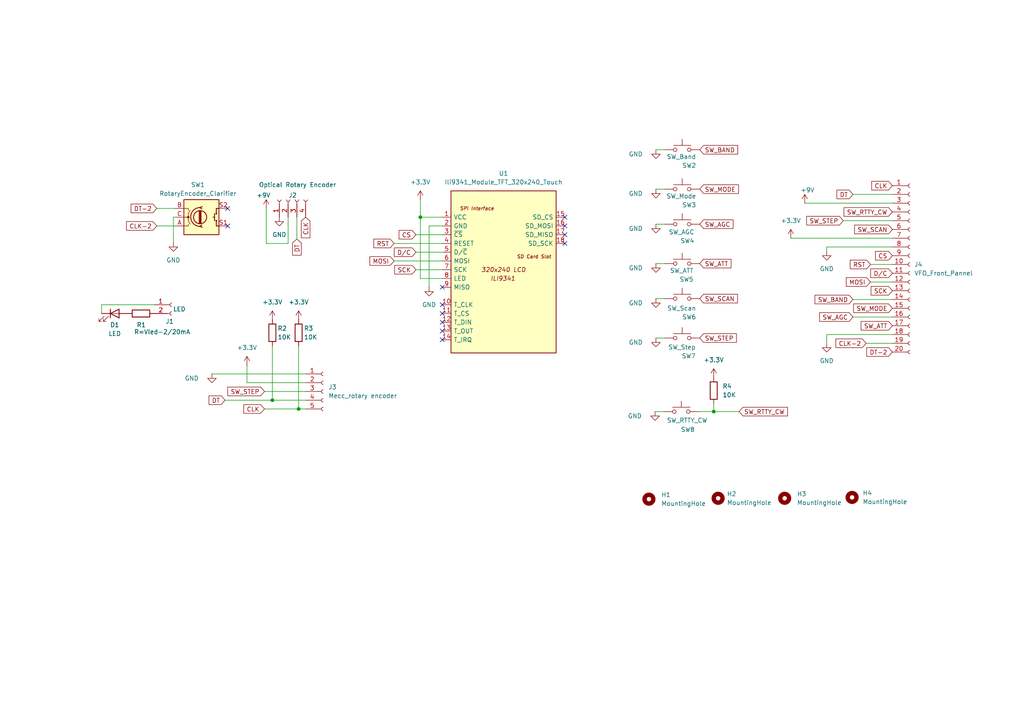
<source format=kicad_sch>
(kicad_sch (version 20250114) (generator "eeschema") (generator_version "9.0")
  (paper "A4")
  (lib_symbols
    (symbol "- Display_Module:Ili9341_Module_TFT_320x240_Touch" (pin_names (offset 0.762))
      (property "Reference" "U" (at 0 -27.94 90))
      (property "Value" "Ili9341_Module_TFT_320x240_Touch" (at -16.51 29.21 0))
      (symbol "Ili9341_Module_TFT_320x240_Touch_0_0"
        (text "SD Card Slot" (at -3.81 2.54 0) (effects (font (size 1 1) (italic yes)) (justify right)))
        (text "320x240 LCD" (at 0 -1.27 0) (effects (font (size 1.27 1.27) (italic yes))))
        (text "ILI9341" (at 3.81 -3.81 0) (effects (font (size 1.27 1.27) (italic yes)) (justify right)))
        (text "SPI Interface" (at 12.7 16.51 0) (effects (font (size 1 1) (italic yes)) (justify right)))
      )
      (symbol "Ili9341_Module_TFT_320x240_Touch_0_1"
        (rectangle (start -15.24 21.59) (end 15.24 -25.4) (stroke (width 0.254)) (fill (type background)))
      )
      (symbol "Ili9341_Module_TFT_320x240_Touch_1_1"
        (pin input line (at -17.78 13.97 0) (length 2.54) (name "SD_CS") (number "15"))
        (pin input line (at -17.78 11.43 0) (length 2.54) (name "SD_MOSI") (number "16"))
        (pin output line (at -17.78 8.89 0) (length 2.54) (name "SD_MISO") (number "17"))
        (pin input line (at -17.78 6.35 0) (length 2.54) (name "SD_SCK") (number "18"))
        (pin power_in line (at 17.78 13.97 180) (length 2.54) (name "VCC") (number "1"))
        (pin power_in line (at 17.78 11.43 180) (length 2.54) (name "GND") (number "2"))
        (pin input line (at 17.78 8.89 180) (length 2.54) (name "~{CS}") (number "3"))
        (pin input line (at 17.78 6.35 180) (length 2.54) (name "RESET") (number "4"))
        (pin input line (at 17.78 3.81 180) (length 2.54) (name "D/~{C}") (number "5"))
        (pin input line (at 17.78 1.27 180) (length 2.54) (name "MOSI") (number "6"))
        (pin input line (at 17.78 -1.27 180) (length 2.54) (name "SCK") (number "7"))
        (pin input line (at 17.78 -3.81 180) (length 2.54) (name "LED") (number "8"))
        (pin output line (at 17.78 -6.35 180) (length 2.54) (name "MISO") (number "9"))
        (pin input line (at 17.78 -11.43 180) (length 2.54) (name "T_CLK") (number "10"))
        (pin input line (at 17.78 -13.97 180) (length 2.54) (name "T_CS") (number "11"))
        (pin input line (at 17.78 -16.51 180) (length 2.54) (name "T_DIN") (number "12"))
        (pin output line (at 17.78 -19.05 180) (length 2.54) (name "T_OUT") (number "13"))
        (pin output line (at 17.78 -21.59 180) (length 2.54) (name "T_IRQ") (number "14"))
      )
    )
    (symbol "Connector:Conn_01x02_Socket" (pin_names (offset 1.016) (hide yes))
      (property "Reference" "J" (at 0 2.54 0))
      (property "Value" "Conn_01x02_Socket" (at 0 -5.08 0))
      (symbol "Conn_01x02_Socket_1_1"
        (polyline (pts (xy -1.27 0) (xy -0.508 0)) (stroke (width 0.1524)))
        (polyline (pts (xy -1.27 -2.54) (xy -0.508 -2.54)) (stroke (width 0.1524)))
        (arc (start 0 -0.508) (mid -0.5058 0) (end 0 0.508) (stroke (width 0.1524)))
        (arc (start 0 -3.048) (mid -0.5058 -2.54) (end 0 -2.032) (stroke (width 0.1524)))
        (pin passive line (at -5.08 0 0) (length 3.81) (name "Pin_1") (number "1"))
        (pin passive line (at -5.08 -2.54 0) (length 3.81) (name "Pin_2") (number "2"))
      )
    )
    (symbol "Connector:Conn_01x04_Socket" (pin_names (offset 1.016) (hide yes))
      (property "Reference" "J" (at 0 5.08 0))
      (property "Value" "Conn_01x04_Socket" (at 0 -7.62 0))
      (symbol "Conn_01x04_Socket_1_1"
        (polyline (pts (xy -1.27 2.54) (xy -0.508 2.54)) (stroke (width 0.1524)))
        (polyline (pts (xy -1.27 0) (xy -0.508 0)) (stroke (width 0.1524)))
        (polyline (pts (xy -1.27 -2.54) (xy -0.508 -2.54)) (stroke (width 0.1524)))
        (polyline (pts (xy -1.27 -5.08) (xy -0.508 -5.08)) (stroke (width 0.1524)))
        (arc (start 0 2.032) (mid -0.5058 2.54) (end 0 3.048) (stroke (width 0.1524)))
        (arc (start 0 -0.508) (mid -0.5058 0) (end 0 0.508) (stroke (width 0.1524)))
        (arc (start 0 -3.048) (mid -0.5058 -2.54) (end 0 -2.032) (stroke (width 0.1524)))
        (arc (start 0 -5.588) (mid -0.5058 -5.08) (end 0 -4.572) (stroke (width 0.1524)))
        (pin passive line (at -5.08 2.54 0) (length 3.81) (name "Pin_1") (number "1"))
        (pin passive line (at -5.08 0 0) (length 3.81) (name "Pin_2") (number "2"))
        (pin passive line (at -5.08 -2.54 0) (length 3.81) (name "Pin_3") (number "3"))
        (pin passive line (at -5.08 -5.08 0) (length 3.81) (name "Pin_4") (number "4"))
      )
    )
    (symbol "Connector:Conn_01x05_Socket" (pin_names (offset 1.016) (hide yes))
      (property "Reference" "J" (at 0 7.62 0))
      (property "Value" "Conn_01x05_Socket" (at 0 -7.62 0))
      (symbol "Conn_01x05_Socket_1_1"
        (polyline (pts (xy -1.27 5.08) (xy -0.508 5.08)) (stroke (width 0.1524)))
        (polyline (pts (xy -1.27 2.54) (xy -0.508 2.54)) (stroke (width 0.1524)))
        (polyline (pts (xy -1.27 0) (xy -0.508 0)) (stroke (width 0.1524)))
        (polyline (pts (xy -1.27 -2.54) (xy -0.508 -2.54)) (stroke (width 0.1524)))
        (polyline (pts (xy -1.27 -5.08) (xy -0.508 -5.08)) (stroke (width 0.1524)))
        (arc (start 0 4.572) (mid -0.5058 5.08) (end 0 5.588) (stroke (width 0.1524)))
        (arc (start 0 2.032) (mid -0.5058 2.54) (end 0 3.048) (stroke (width 0.1524)))
        (arc (start 0 -0.508) (mid -0.5058 0) (end 0 0.508) (stroke (width 0.1524)))
        (arc (start 0 -3.048) (mid -0.5058 -2.54) (end 0 -2.032) (stroke (width 0.1524)))
        (arc (start 0 -5.588) (mid -0.5058 -5.08) (end 0 -4.572) (stroke (width 0.1524)))
        (pin passive line (at -5.08 5.08 0) (length 3.81) (name "Pin_1") (number "1"))
        (pin passive line (at -5.08 2.54 0) (length 3.81) (name "Pin_2") (number "2"))
        (pin passive line (at -5.08 0 0) (length 3.81) (name "Pin_3") (number "3"))
        (pin passive line (at -5.08 -2.54 0) (length 3.81) (name "Pin_4") (number "4"))
        (pin passive line (at -5.08 -5.08 0) (length 3.81) (name "Pin_5") (number "5"))
      )
    )
    (symbol "Connector:Conn_01x20_Socket" (pin_names (offset 1.016) (hide yes))
      (property "Reference" "J" (at 0 25.4 0))
      (property "Value" "Conn_01x20_Socket" (at 0 -27.94 0))
      (symbol "Conn_01x20_Socket_1_1"
        (polyline (pts (xy -1.27 22.86) (xy -0.508 22.86)) (stroke (width 0.1524)))
        (polyline (pts (xy -1.27 20.32) (xy -0.508 20.32)) (stroke (width 0.1524)))
        (polyline (pts (xy -1.27 17.78) (xy -0.508 17.78)) (stroke (width 0.1524)))
        (polyline (pts (xy -1.27 15.24) (xy -0.508 15.24)) (stroke (width 0.1524)))
        (polyline (pts (xy -1.27 12.7) (xy -0.508 12.7)) (stroke (width 0.1524)))
        (polyline (pts (xy -1.27 10.16) (xy -0.508 10.16)) (stroke (width 0.1524)))
        (polyline (pts (xy -1.27 7.62) (xy -0.508 7.62)) (stroke (width 0.1524)))
        (polyline (pts (xy -1.27 5.08) (xy -0.508 5.08)) (stroke (width 0.1524)))
        (polyline (pts (xy -1.27 2.54) (xy -0.508 2.54)) (stroke (width 0.1524)))
        (polyline (pts (xy -1.27 0) (xy -0.508 0)) (stroke (width 0.1524)))
        (polyline (pts (xy -1.27 -2.54) (xy -0.508 -2.54)) (stroke (width 0.1524)))
        (polyline (pts (xy -1.27 -5.08) (xy -0.508 -5.08)) (stroke (width 0.1524)))
        (polyline (pts (xy -1.27 -7.62) (xy -0.508 -7.62)) (stroke (width 0.1524)))
        (polyline (pts (xy -1.27 -10.16) (xy -0.508 -10.16)) (stroke (width 0.1524)))
        (polyline (pts (xy -1.27 -12.7) (xy -0.508 -12.7)) (stroke (width 0.1524)))
        (polyline (pts (xy -1.27 -15.24) (xy -0.508 -15.24)) (stroke (width 0.1524)))
        (polyline (pts (xy -1.27 -17.78) (xy -0.508 -17.78)) (stroke (width 0.1524)))
        (polyline (pts (xy -1.27 -20.32) (xy -0.508 -20.32)) (stroke (width 0.1524)))
        (polyline (pts (xy -1.27 -22.86) (xy -0.508 -22.86)) (stroke (width 0.1524)))
        (polyline (pts (xy -1.27 -25.4) (xy -0.508 -25.4)) (stroke (width 0.1524)))
        (arc (start 0 22.352) (mid -0.5058 22.86) (end 0 23.368) (stroke (width 0.1524)))
        (arc (start 0 19.812) (mid -0.5058 20.32) (end 0 20.828) (stroke (width 0.1524)))
        (arc (start 0 17.272) (mid -0.5058 17.78) (end 0 18.288) (stroke (width 0.1524)))
        (arc (start 0 14.732) (mid -0.5058 15.24) (end 0 15.748) (stroke (width 0.1524)))
        (arc (start 0 12.192) (mid -0.5058 12.7) (end 0 13.208) (stroke (width 0.1524)))
        (arc (start 0 9.652) (mid -0.5058 10.16) (end 0 10.668) (stroke (width 0.1524)))
        (arc (start 0 7.112) (mid -0.5058 7.62) (end 0 8.128) (stroke (width 0.1524)))
        (arc (start 0 4.572) (mid -0.5058 5.08) (end 0 5.588) (stroke (width 0.1524)))
        (arc (start 0 2.032) (mid -0.5058 2.54) (end 0 3.048) (stroke (width 0.1524)))
        (arc (start 0 -0.508) (mid -0.5058 0) (end 0 0.508) (stroke (width 0.1524)))
        (arc (start 0 -3.048) (mid -0.5058 -2.54) (end 0 -2.032) (stroke (width 0.1524)))
        (arc (start 0 -5.588) (mid -0.5058 -5.08) (end 0 -4.572) (stroke (width 0.1524)))
        (arc (start 0 -8.128) (mid -0.5058 -7.62) (end 0 -7.112) (stroke (width 0.1524)))
        (arc (start 0 -10.668) (mid -0.5058 -10.16) (end 0 -9.652) (stroke (width 0.1524)))
        (arc (start 0 -13.208) (mid -0.5058 -12.7) (end 0 -12.192) (stroke (width 0.1524)))
        (arc (start 0 -15.748) (mid -0.5058 -15.24) (end 0 -14.732) (stroke (width 0.1524)))
        (arc (start 0 -18.288) (mid -0.5058 -17.78) (end 0 -17.272) (stroke (width 0.1524)))
        (arc (start 0 -20.828) (mid -0.5058 -20.32) (end 0 -19.812) (stroke (width 0.1524)))
        (arc (start 0 -23.368) (mid -0.5058 -22.86) (end 0 -22.352) (stroke (width 0.1524)))
        (arc (start 0 -25.908) (mid -0.5058 -25.4) (end 0 -24.892) (stroke (width 0.1524)))
        (pin passive line (at -5.08 22.86 0) (length 3.81) (name "Pin_1") (number "1"))
        (pin passive line (at -5.08 20.32 0) (length 3.81) (name "Pin_2") (number "2"))
        (pin passive line (at -5.08 17.78 0) (length 3.81) (name "Pin_3") (number "3"))
        (pin passive line (at -5.08 15.24 0) (length 3.81) (name "Pin_4") (number "4"))
        (pin passive line (at -5.08 12.7 0) (length 3.81) (name "Pin_5") (number "5"))
        (pin passive line (at -5.08 10.16 0) (length 3.81) (name "Pin_6") (number "6"))
        (pin passive line (at -5.08 7.62 0) (length 3.81) (name "Pin_7") (number "7"))
        (pin passive line (at -5.08 5.08 0) (length 3.81) (name "Pin_8") (number "8"))
        (pin passive line (at -5.08 2.54 0) (length 3.81) (name "Pin_9") (number "9"))
        (pin passive line (at -5.08 0 0) (length 3.81) (name "Pin_10") (number "10"))
        (pin passive line (at -5.08 -2.54 0) (length 3.81) (name "Pin_11") (number "11"))
        (pin passive line (at -5.08 -5.08 0) (length 3.81) (name "Pin_12") (number "12"))
        (pin passive line (at -5.08 -7.62 0) (length 3.81) (name "Pin_13") (number "13"))
        (pin passive line (at -5.08 -10.16 0) (length 3.81) (name "Pin_14") (number "14"))
        (pin passive line (at -5.08 -12.7 0) (length 3.81) (name "Pin_15") (number "15"))
        (pin passive line (at -5.08 -15.24 0) (length 3.81) (name "Pin_16") (number "16"))
        (pin passive line (at -5.08 -17.78 0) (length 3.81) (name "Pin_17") (number "17"))
        (pin passive line (at -5.08 -20.32 0) (length 3.81) (name "Pin_18") (number "18"))
        (pin passive line (at -5.08 -22.86 0) (length 3.81) (name "Pin_19") (number "19"))
        (pin passive line (at -5.08 -25.4 0) (length 3.81) (name "Pin_20") (number "20"))
      )
    )
    (symbol "Device:LED" (pin_numbers (hide yes)) (pin_names (offset 1.016) (hide yes))
      (property "Reference" "D" (at 0 2.54 0))
      (property "Value" "LED" (at 0 -2.54 0))
      (symbol "LED_0_1"
        (polyline (pts (xy -3.048 -0.762) (xy -4.572 -2.286) (xy -3.81 -2.286) (xy -4.572 -2.286) (xy -4.572 -1.524)))
        (polyline (pts (xy -1.778 -0.762) (xy -3.302 -2.286) (xy -2.54 -2.286) (xy -3.302 -2.286) (xy -3.302 -1.524)))
        (polyline (pts (xy -1.27 0) (xy 1.27 0)))
        (polyline (pts (xy -1.27 -1.27) (xy -1.27 1.27)) (stroke (width 0.254)))
        (polyline (pts (xy 1.27 -1.27) (xy 1.27 1.27) (xy -1.27 0) (xy 1.27 -1.27)) (stroke (width 0.254)))
      )
      (symbol "LED_1_1"
        (pin passive line (at -3.81 0 0) (length 2.54) (name "K") (number "1"))
        (pin passive line (at 3.81 0 180) (length 2.54) (name "A") (number "2"))
      )
    )
    (symbol "Device:R" (pin_numbers (hide yes)) (pin_names (offset 0))
      (property "Reference" "R" (at 2.032 0 90))
      (property "Value" "R" (at 0 0 90))
      (symbol "R_0_1"
        (rectangle (start -1.016 -2.54) (end 1.016 2.54) (stroke (width 0.254)))
      )
      (symbol "R_1_1"
        (pin passive line (at 0 3.81 270) (length 1.27) (name "~") (number "1"))
        (pin passive line (at 0 -3.81 90) (length 1.27) (name "~") (number "2"))
      )
    )
    (symbol "Device:RotaryEncoder_Switch" (pin_names (offset 0.254) (hide yes))
      (property "Reference" "SW" (at 0 6.604 0))
      (property "Value" "RotaryEncoder_Switch" (at 0 -6.604 0))
      (symbol "RotaryEncoder_Switch_0_1"
        (rectangle (start -5.08 5.08) (end 5.08 -5.08) (stroke (width 0.254)) (fill (type background)))
        (polyline (pts (xy -5.08 2.54) (xy -3.81 2.54) (xy -3.81 2.032)))
        (polyline (pts (xy -5.08 0) (xy -3.81 0) (xy -3.81 -1.016) (xy -3.302 -2.032)))
        (polyline (pts (xy -5.08 -2.54) (xy -3.81 -2.54) (xy -3.81 -2.032)))
        (polyline (pts (xy -4.318 0) (xy -3.81 0) (xy -3.81 1.016) (xy -3.302 2.032)))
        (circle (center -3.81 0) (radius 0.254) (fill (type outline)))
        (polyline (pts (xy -0.635 -1.778) (xy -0.635 1.778)) (stroke (width 0.254)))
        (circle (center -0.381 0) (radius 1.905) (stroke (width 0.254)))
        (polyline (pts (xy -0.381 -1.778) (xy -0.381 1.778)) (stroke (width 0.254)))
        (arc (start -0.381 -2.794) (mid -3.0988 -0.0635) (end -0.381 2.667) (stroke (width 0.254)))
        (polyline (pts (xy -0.127 1.778) (xy -0.127 -1.778)) (stroke (width 0.254)))
        (polyline (pts (xy 0.254 2.921) (xy -0.508 2.667) (xy 0.127 2.286)) (stroke (width 0.254)))
        (polyline (pts (xy 0.254 -3.048) (xy -0.508 -2.794) (xy 0.127 -2.413)) (stroke (width 0.254)))
        (polyline (pts (xy 3.81 1.016) (xy 3.81 -1.016)) (stroke (width 0.254)))
        (polyline (pts (xy 3.81 0) (xy 3.429 0)) (stroke (width 0.254)))
        (circle (center 4.318 1.016) (radius 0.127) (stroke (width 0.254)))
        (circle (center 4.318 -1.016) (radius 0.127) (stroke (width 0.254)))
        (polyline (pts (xy 5.08 2.54) (xy 4.318 2.54) (xy 4.318 1.016)) (stroke (width 0.254)))
        (polyline (pts (xy 5.08 -2.54) (xy 4.318 -2.54) (xy 4.318 -1.016)) (stroke (width 0.254)))
      )
      (symbol "RotaryEncoder_Switch_1_1"
        (pin passive line (at -7.62 2.54 0) (length 2.54) (name "A") (number "A"))
        (pin passive line (at -7.62 0 0) (length 2.54) (name "C") (number "C"))
        (pin passive line (at -7.62 -2.54 0) (length 2.54) (name "B") (number "B"))
        (pin passive line (at 7.62 2.54 180) (length 2.54) (name "S1") (number "S1"))
        (pin passive line (at 7.62 -2.54 180) (length 2.54) (name "S2") (number "S2"))
      )
    )
    (symbol "Mechanical:MountingHole" (pin_names (offset 1.016)) (exclude_from_sim yes) (in_bom no)
      (property "Reference" "H" (at 0 5.08 0))
      (property "Value" "MountingHole" (at 0 3.175 0))
      (symbol "MountingHole_0_1"
        (circle (center 0 0) (radius 1.27) (stroke (width 1.27)))
      )
    )
    (symbol "Switch:SW_Push" (pin_numbers (hide yes)) (pin_names (offset 1.016) (hide yes))
      (property "Reference" "SW" (at 1.27 2.54 0))
      (property "Value" "SW_Push" (at 0 -1.524 0))
      (symbol "SW_Push_0_1"
        (circle (center -2.032 0) (radius 0.508))
        (polyline (pts (xy 0 1.27) (xy 0 3.048)))
        (circle (center 2.032 0) (radius 0.508))
        (polyline (pts (xy 2.54 1.27) (xy -2.54 1.27)))
        (pin passive line (at -5.08 0 0) (length 2.54) (name "1") (number "1"))
        (pin passive line (at 5.08 0 180) (length 2.54) (name "2") (number "2"))
      )
    )
    (symbol "power:+3.3V" (power) (pin_numbers (hide yes)) (pin_names (offset 0) (hide yes))
      (property "Value" "+3.3V" (at 0 3.556 0))
      (symbol "+3.3V_0_1"
        (polyline (pts (xy -0.762 1.27) (xy 0 2.54)))
        (polyline (pts (xy 0 2.54) (xy 0.762 1.27)))
        (polyline (pts (xy 0 0) (xy 0 2.54)))
      )
      (symbol "+3.3V_1_1"
        (pin power_in line (at 0 0 90) (length 0) (name "~") (number "1"))
      )
    )
    (symbol "power:+9V" (power) (pin_numbers (hide yes)) (pin_names (offset 0) (hide yes))
      (property "Value" "+9V" (at 0 3.556 0))
      (symbol "+9V_0_1"
        (polyline (pts (xy -0.762 1.27) (xy 0 2.54)))
        (polyline (pts (xy 0 2.54) (xy 0.762 1.27)))
        (polyline (pts (xy 0 0) (xy 0 2.54)))
      )
      (symbol "+9V_1_1"
        (pin power_in line (at 0 0 90) (length 0) (name "~") (number "1"))
      )
    )
    (symbol "power:GND" (power) (pin_numbers (hide yes)) (pin_names (offset 0) (hide yes))
      (property "Value" "GND" (at 0 -3.81 0))
      (symbol "GND_0_1"
        (polyline (pts (xy 0 0) (xy 0 -1.27) (xy 1.27 -1.27) (xy 0 -2.54) (xy -1.27 -1.27) (xy 0 -1.27)))
      )
      (symbol "GND_1_1"
        (pin power_in line (at 0 0 270) (length 0) (name "~") (number "1"))
      )
    )
  )
  (junction (at 86.614 118.618))
  (junction (at 121.92 62.992))
  (junction (at 207.01 119.38))
  (junction (at 78.994 116.078))
  (no_connect (at 128.27 96.012))
  (no_connect (at 128.27 88.392))
  (no_connect (at 163.83 65.532))
  (no_connect (at 128.27 93.472))
  (no_connect (at 163.83 62.992))
  (no_connect (at 128.27 98.552))
  (no_connect (at 163.83 70.612))
  (no_connect (at 66.04 60.452))
  (no_connect (at 163.83 68.072))
  (no_connect (at 66.04 65.532))
  (no_connect (at 128.27 90.932))
  (no_connect (at 331.47 -77.47))
  (no_connect (at 128.27 83.312))
  (wire (pts (xy 128.27 62.992) (xy 121.92 62.992)))
  (wire (pts (xy 247.396 86.868) (xy 258.826 86.868)))
  (wire (pts (xy 86.106 69.342) (xy 86.106 62.992)))
  (wire (pts (xy 190.246 76.454) (xy 192.786 76.454)))
  (wire (pts (xy 86.614 118.618) (xy 88.646 118.618)))
  (wire (pts (xy 65.278 116.078) (xy 78.994 116.078)))
  (wire (pts (xy 50.292 62.992) (xy 50.292 70.358)))
  (wire (pts (xy 120.65 68.072) (xy 128.27 68.072)))
  (wire (pts (xy 214.376 119.38) (xy 207.01 119.38)))
  (wire (pts (xy 233.426 58.928) (xy 258.826 58.928)))
  (wire (pts (xy 252.476 76.708) (xy 258.826 76.708)))
  (wire (pts (xy 190.246 65.024) (xy 192.786 65.024)))
  (wire (pts (xy 120.65 78.232) (xy 128.27 78.232)))
  (wire (pts (xy 244.602 64.008) (xy 258.826 64.008)))
  (wire (pts (xy 71.628 110.998) (xy 88.646 110.998)))
  (wire (pts (xy 45.466 65.532) (xy 50.8 65.532)))
  (wire (pts (xy 229.362 69.088) (xy 258.826 69.088)))
  (wire (pts (xy 247.396 56.388) (xy 258.826 56.388)))
  (wire (pts (xy 258.826 97.028) (xy 239.776 97.028)))
  (wire (pts (xy 124.46 65.532) (xy 124.46 83.312)))
  (wire (pts (xy 190.246 86.614) (xy 192.786 86.614)))
  (wire (pts (xy 61.468 108.458) (xy 88.646 108.458)))
  (wire (pts (xy 86.614 100.33) (xy 86.614 118.618)))
  (wire (pts (xy 239.776 97.028) (xy 239.776 99.568)))
  (wire (pts (xy 128.27 65.532) (xy 124.46 65.532)))
  (wire (pts (xy 78.994 100.33) (xy 78.994 116.078)))
  (wire (pts (xy 190.246 43.434) (xy 192.786 43.434)))
  (wire (pts (xy 121.92 80.772) (xy 128.27 80.772)))
  (wire (pts (xy 50.8 62.992) (xy 50.292 62.992)))
  (wire (pts (xy 29.464 88.392) (xy 29.464 90.932)))
  (wire (pts (xy 76.708 118.618) (xy 86.614 118.618)))
  (wire (pts (xy 77.216 60.452) (xy 77.216 70.612)))
  (wire (pts (xy 251.206 99.568) (xy 258.826 99.568)))
  (wire (pts (xy 120.65 73.152) (xy 128.27 73.152)))
  (wire (pts (xy 71.628 105.918) (xy 71.628 110.998)))
  (wire (pts (xy 258.826 71.628) (xy 239.776 71.628)))
  (wire (pts (xy 83.566 70.612) (xy 77.216 70.612)))
  (wire (pts (xy 121.92 62.992) (xy 121.92 80.772)))
  (wire (pts (xy 190.246 54.864) (xy 192.786 54.864)))
  (wire (pts (xy 44.704 88.392) (xy 29.464 88.392)))
  (wire (pts (xy 207.01 119.38) (xy 202.692 119.38)))
  (wire (pts (xy 114.3 75.692) (xy 128.27 75.692)))
  (wire (pts (xy 121.92 57.912) (xy 121.92 62.992)))
  (wire (pts (xy 76.708 113.538) (xy 88.646 113.538)))
  (wire (pts (xy 252.476 81.788) (xy 258.826 81.788)))
  (wire (pts (xy 207.01 117.094) (xy 207.01 119.38)))
  (wire (pts (xy 247.396 91.948) (xy 258.826 91.948)))
  (wire (pts (xy 78.994 116.078) (xy 88.646 116.078)))
  (wire (pts (xy 239.776 71.628) (xy 239.776 72.898)))
  (wire (pts (xy 190.246 98.044) (xy 192.786 98.044)))
  (wire (pts (xy 45.466 60.452) (xy 50.8 60.452)))
  (wire (pts (xy 83.566 62.992) (xy 83.566 70.612)))
  (wire (pts (xy 114.3 70.612) (xy 128.27 70.612)))
  (wire (pts (xy 189.992 119.38) (xy 192.532 119.38)))
  (global_label "D{slash}C" (shape input) (at 120.65 73.152 180) (property "Intersheetrefs" "${INTERSHEET_REFS}" (effects (hide yes))))
  (global_label "SW_STEP" (shape input) (at 76.708 113.538 180) (property "Intersheetrefs" "${INTERSHEET_REFS}" (effects (hide yes))))
  (global_label "SW_MODE" (shape input) (at 202.946 54.864 0) (property "Intersheetrefs" "${INTERSHEET_REFS}" (effects (hide yes))))
  (global_label "CLK" (shape input) (at 258.826 53.848 180) (property "Intersheetrefs" "${INTERSHEET_REFS}" (effects (hide yes))))
  (global_label "CS" (shape input) (at 258.826 74.168 180) (property "Intersheetrefs" "${INTERSHEET_REFS}" (effects (hide yes))))
  (global_label "CLK" (shape input) (at 76.708 118.618 180) (property "Intersheetrefs" "${INTERSHEET_REFS}" (effects (hide yes))))
  (global_label "DT" (shape input) (at 65.278 116.078 180) (property "Intersheetrefs" "${INTERSHEET_REFS}" (effects (hide yes))))
  (global_label "D{slash}C" (shape input) (at 258.826 79.248 180) (property "Intersheetrefs" "${INTERSHEET_REFS}" (effects (hide yes))))
  (global_label "SW_STEP" (shape input) (at 202.946 98.044 0) (property "Intersheetrefs" "${INTERSHEET_REFS}" (effects (hide yes))))
  (global_label "SW_SCAN" (shape input) (at 202.946 86.614 0) (property "Intersheetrefs" "${INTERSHEET_REFS}" (effects (hide yes))))
  (global_label "CLK-2" (shape input) (at 251.206 99.568 180) (property "Intersheetrefs" "${INTERSHEET_REFS}" (effects (hide yes))))
  (global_label "MOSI" (shape input) (at 252.476 81.788 180) (property "Intersheetrefs" "${INTERSHEET_REFS}" (effects (hide yes))))
  (global_label "SCK" (shape input) (at 120.65 78.232 180) (property "Intersheetrefs" "${INTERSHEET_REFS}" (effects (hide yes))))
  (global_label "SW_RTTY_CW" (shape input) (at 258.826 61.468 180) (property "Intersheetrefs" "${INTERSHEET_REFS}" (effects (hide yes))))
  (global_label "DT-2" (shape input) (at 258.826 102.108 180) (property "Intersheetrefs" "${INTERSHEET_REFS}" (effects (hide yes))))
  (global_label "SW_ATT" (shape input) (at 202.946 76.454 0) (property "Intersheetrefs" "${INTERSHEET_REFS}" (effects (hide yes))))
  (global_label "DT-2" (shape input) (at 45.466 60.452 180) (property "Intersheetrefs" "${INTERSHEET_REFS}" (effects (hide yes))))
  (global_label "SW_ATT" (shape input) (at 258.826 94.488 180) (property "Intersheetrefs" "${INTERSHEET_REFS}" (effects (hide yes))))
  (global_label "RST" (shape input) (at 114.3 70.612 180) (property "Intersheetrefs" "${INTERSHEET_REFS}" (effects (hide yes))))
  (global_label "SW_MODE" (shape input) (at 258.826 89.408 180) (property "Intersheetrefs" "${INTERSHEET_REFS}" (effects (hide yes))))
  (global_label "DT" (shape input) (at 247.396 56.388 180) (property "Intersheetrefs" "${INTERSHEET_REFS}" (effects (hide yes))))
  (global_label "SCK" (shape input) (at 258.826 84.328 180) (property "Intersheetrefs" "${INTERSHEET_REFS}" (effects (hide yes))))
  (global_label "CLK" (shape input) (at 88.646 62.992 270) (property "Intersheetrefs" "${INTERSHEET_REFS}" (effects (hide yes))))
  (global_label "SW_AGC" (shape input) (at 202.946 65.024 0) (property "Intersheetrefs" "${INTERSHEET_REFS}" (effects (hide yes))))
  (global_label "SW_RTTY_CW" (shape input) (at 214.376 119.38 0) (property "Intersheetrefs" "${INTERSHEET_REFS}" (effects (hide yes))))
  (global_label "CLK-2" (shape input) (at 45.466 65.532 180) (property "Intersheetrefs" "${INTERSHEET_REFS}" (effects (hide yes))))
  (global_label "SW_AGC" (shape input) (at 247.396 91.948 180) (property "Intersheetrefs" "${INTERSHEET_REFS}" (effects (hide yes))))
  (global_label "SW_STEP" (shape input) (at 244.602 64.008 180) (property "Intersheetrefs" "${INTERSHEET_REFS}" (effects (hide yes))))
  (global_label "CS" (shape input) (at 120.65 68.072 180) (property "Intersheetrefs" "${INTERSHEET_REFS}" (effects (hide yes))))
  (global_label "RST" (shape input) (at 252.476 76.708 180) (property "Intersheetrefs" "${INTERSHEET_REFS}" (effects (hide yes))))
  (global_label "DT" (shape input) (at 86.106 69.342 270) (property "Intersheetrefs" "${INTERSHEET_REFS}" (effects (hide yes))))
  (global_label "SW_BAND" (shape input) (at 247.396 86.868 180) (property "Intersheetrefs" "${INTERSHEET_REFS}" (effects (hide yes))))
  (global_label "SW_SCAN" (shape input) (at 258.826 66.548 180) (property "Intersheetrefs" "${INTERSHEET_REFS}" (effects (hide yes))))
  (global_label "MOSI" (shape input) (at 114.3 75.692 180) (property "Intersheetrefs" "${INTERSHEET_REFS}" (effects (hide yes))))
  (global_label "SW_BAND" (shape input) (at 202.946 43.434 0) (property "Intersheetrefs" "${INTERSHEET_REFS}" (effects (hide yes))))
  (symbol (lib_id "power:+3.3V") (at 78.994 92.71 0) (unit 1)
    (property "Reference" "#PWR05" (effects (hide yes)))
    (property "Value" "+3.3V" (at 78.994 87.63 0))
    (property "Description" "Power symbol creates a global label with name \"+3.3V\"" (effects (hide yes)))
  )
  (symbol (lib_id "Switch:SW_Push") (at 197.866 54.864 0) (unit 1)
    (property "Reference" "SW3" (at 201.93 59.436 0) (effects (justify right)))
    (property "Value" "SW_Mode" (at 201.93 56.896 0) (effects (justify right)))
    (property "Footprint" "Button_Switch_THT:SW_PUSH_6mm" (effects (hide yes)))
    (property "Description" "Push button switch, generic, two pins" (effects (hide yes)))
  )
  (symbol (lib_id "Device:R") (at 40.894 90.932 270) (unit 1)
    (property "Reference" "R1" (at 39.624 94.234 90) (effects (justify left)))
    (property "Value" "R=Vled-2/20mA" (at 38.862 96.266 90) (effects (justify left)))
    (property "Footprint" "Resistor_THT:R_Axial_DIN0207_L6.3mm_D2.5mm_P10.16mm_Horizontal" (effects (hide yes)))
    (property "Description" "Resistor" (effects (hide yes)))
  )
  (symbol (lib_id "power:GND") (at 239.776 72.898 0) (unit 1)
    (property "Reference" "#PWR021" (effects (hide yes)))
    (property "Value" "GND" (at 239.776 77.978 0))
    (property "Description" "Power symbol creates a global label with name \"GND\" , ground" (effects (hide yes)))
  )
  (symbol (lib_id "Connector:Conn_01x20_Socket") (at 263.906 76.708 0) (unit 1)
    (property "Reference" "J4" (at 265.176 76.7079 0) (effects (justify left)))
    (property "Value" "VFO_Front_Pannel" (at 265.176 79.2479 0) (effects (justify left)))
    (property "Footprint" "Connector_PinHeader_2.54mm:PinHeader_1x20_P2.54mm_Vertical" (effects (hide yes)))
    (property "Description" "Generic connector, single row, 01x20, script generated" (effects (hide yes)))
  )
  (symbol (lib_id "Mechanical:MountingHole") (at 188.214 144.78 0) (unit 1) (exclude_from_sim yes) (in_bom no)
    (property "Reference" "H1" (at 191.77 143.5099 0) (effects (justify left)))
    (property "Value" "MountingHole" (at 191.77 146.0499 0) (effects (justify left)))
    (property "Footprint" "MountingHole:MountingHole_3.2mm_M3_DIN965" (effects (hide yes)))
    (property "Description" "Mounting Hole without connection" (effects (hide yes)))
  )
  (symbol (lib_id "power:GND") (at 239.776 99.568 0) (unit 1)
    (property "Reference" "#PWR022" (effects (hide yes)))
    (property "Value" "GND" (at 239.776 104.648 0))
    (property "Description" "Power symbol creates a global label with name \"GND\" , ground" (effects (hide yes)))
  )
  (symbol (lib_id "power:GND") (at 190.246 65.024 0) (unit 1)
    (property "Reference" "#PWR014" (effects (hide yes)))
    (property "Value" "GND" (at 186.436 66.2939 0) (effects (justify right)))
    (property "Description" "Power symbol creates a global label with name \"GND\" , ground" (effects (hide yes)))
  )
  (symbol (lib_id "power:GND") (at 124.46 83.312 0) (unit 1)
    (property "Reference" "#PWR011" (effects (hide yes)))
    (property "Value" "GND" (at 124.46 88.392 0))
    (property "Description" "Power symbol creates a global label with name \"GND\" , ground" (effects (hide yes)))
  )
  (symbol (lib_id "power:GND") (at 81.026 62.992 0) (unit 1)
    (property "Reference" "#PWR06" (effects (hide yes)))
    (property "Value" "GND" (at 81.026 68.072 0))
    (property "Description" "Power symbol creates a global label with name \"GND\" , ground" (effects (hide yes)))
  )
  (symbol (lib_id "Connector:Conn_01x04_Socket") (at 83.566 57.912 90) (unit 1)
    (property "Reference" "J2" (at 86.106 56.642 90) (effects (justify left)))
    (property "Value" "Optical Rotary Encoder" (at 97.536 53.594 90) (effects (justify left)))
    (property "Footprint" "Connector_JST:JST_EH_B4B-EH-A_1x04_P2.50mm_Vertical" (effects (hide yes)))
    (property "Description" "Generic connector, single row, 01x04, script generated" (effects (hide yes)))
  )
  (symbol (lib_id "power:GND") (at 190.246 54.864 0) (unit 1)
    (property "Reference" "#PWR013" (effects (hide yes)))
    (property "Value" "GND" (at 186.436 56.1339 0) (effects (justify right)))
    (property "Description" "Power symbol creates a global label with name \"GND\" , ground" (effects (hide yes)))
  )
  (symbol (lib_id "Switch:SW_Push") (at 197.866 76.454 0) (unit 1)
    (property "Reference" "SW5" (at 201.168 81.026 0) (effects (justify right)))
    (property "Value" "SW_ATT" (at 201.168 78.486 0) (effects (justify right)))
    (property "Footprint" "Button_Switch_THT:SW_PUSH_6mm" (effects (hide yes)))
    (property "Description" "Push button switch, generic, two pins" (effects (hide yes)))
  )
  (symbol (lib_id "Switch:SW_Push") (at 197.866 43.434 0) (unit 1)
    (property "Reference" "SW2" (at 201.93 48.006 0) (effects (justify right)))
    (property "Value" "SW_Band" (at 201.93 45.466 0) (effects (justify right)))
    (property "Footprint" "Button_Switch_THT:SW_PUSH_6mm" (effects (hide yes)))
    (property "Description" "Push button switch, generic, two pins" (effects (hide yes)))
  )
  (symbol (lib_id "Device:R") (at 78.994 96.52 0) (unit 1)
    (property "Reference" "R2" (at 80.518 95.25 0) (effects (justify left)))
    (property "Value" "10K" (at 80.518 97.79 0) (effects (justify left)))
    (property "Footprint" "Resistor_THT:R_Axial_DIN0207_L6.3mm_D2.5mm_P10.16mm_Horizontal" (effects (hide yes)))
    (property "Description" "Resistor" (effects (hide yes)))
  )
  (symbol (lib_id "power:+3.3V") (at 86.614 92.71 0) (unit 1)
    (property "Reference" "#PWR08" (effects (hide yes)))
    (property "Value" "+3.3V" (at 86.614 87.63 0))
    (property "Description" "Power symbol creates a global label with name \"+3.3V\"" (effects (hide yes)))
  )
  (symbol (lib_id "Device:R") (at 207.01 113.284 0) (unit 1)
    (property "Reference" "R4" (at 209.55 112.0139 0) (effects (justify left)))
    (property "Value" "10K" (at 209.55 114.5539 0) (effects (justify left)))
    (property "Footprint" "Resistor_THT:R_Axial_DIN0207_L6.3mm_D2.5mm_P10.16mm_Horizontal" (effects (hide yes)))
    (property "Description" "Resistor" (effects (hide yes)))
  )
  (symbol (lib_id "power:+3.3V") (at 207.01 109.474 0) (unit 1)
    (property "Reference" "#PWR02" (effects (hide yes)))
    (property "Value" "+3.3V" (at 207.01 104.394 0))
    (property "Description" "Power symbol creates a global label with name \"+3.3V\"" (effects (hide yes)))
  )
  (symbol (lib_id "Switch:SW_Push") (at 197.612 119.38 0) (unit 1)
    (property "Reference" "SW8" (at 201.549 124.587 0) (effects (justify right)))
    (property "Value" "SW_RTTY_CW" (at 205.232 121.92 0) (effects (justify right)))
    (property "Footprint" "Button_Switch_THT:SW_PUSH_6mm" (effects (hide yes)))
    (property "Description" "Push button switch, generic, two pins" (effects (hide yes)))
  )
  (symbol (lib_id "power:GND") (at 190.246 76.454 0) (unit 1)
    (property "Reference" "#PWR015" (effects (hide yes)))
    (property "Value" "GND" (at 186.436 77.7239 0) (effects (justify right)))
    (property "Description" "Power symbol creates a global label with name \"GND\" , ground" (effects (hide yes)))
  )
  (symbol (lib_id "Device:LED") (at 33.274 90.932 0) (unit 1)
    (property "Reference" "D1" (at 33.274 94.234 0))
    (property "Value" "LED" (at 33.274 96.774 0))
    (property "Footprint" "LED_THT:LED_D3.0mm" (effects (hide yes)))
    (property "Description" "Light emitting diode" (effects (hide yes)))
    (property "Sim.Pins" "1=K 2=A" (effects (hide yes)))
  )
  (symbol (lib_id "power:GND") (at 189.992 119.38 0) (unit 1)
    (property "Reference" "#PWR018" (effects (hide yes)))
    (property "Value" "GND" (at 186.182 120.6499 0) (effects (justify right)))
    (property "Description" "Power symbol creates a global label with name \"GND\" , ground" (effects (hide yes)))
  )
  (symbol (lib_id "Device:RotaryEncoder_Switch") (at 58.42 62.992 0) (mirror x) (unit 1)
    (property "Reference" "SW1" (at 57.404 53.594 0))
    (property "Value" "RotaryEncoder_Clarifier" (at 57.404 56.134 0))
    (property "Footprint" "-Rotary_Encoder:RotaryEncoder_Alps_EC12E-Switch_Vertical_H20mm" (effects (hide yes)))
    (property "Description" "Rotary encoder, dual channel, incremental quadrate outputs, with switch" (effects (hide yes)))
  )
  (symbol (lib_id "- Display_Module:Ili9341_Module_TFT_320x240_Touch") (at 146.05 76.962 0) (mirror y) (unit 1)
    (property "Reference" "U1" (at 146.05 50.292 0))
    (property "Value" "Ili9341_Module_TFT_320x240_Touch" (at 146.05 52.832 0))
    (property "Footprint" "-Display_Graphic:DISPLAY_TFT_ILI9341_2.8" (effects (hide yes)))
    (property "Description" "ILI9341 controller, SPI TFT LCD Display, 9-pin breakout PCB, 4-pin SD card interface, 5V/3.3V" (effects (hide yes)))
  )
  (symbol (lib_id "power:GND") (at 190.246 43.434 0) (unit 1)
    (property "Reference" "#PWR012" (effects (hide yes)))
    (property "Value" "GND" (at 186.436 44.7039 0) (effects (justify right)))
    (property "Description" "Power symbol creates a global label with name \"GND\" , ground" (effects (hide yes)))
  )
  (symbol (lib_id "power:GND") (at 50.292 70.358 0) (mirror y) (unit 1)
    (property "Reference" "#PWR01" (effects (hide yes)))
    (property "Value" "GND" (at 50.292 75.438 0))
    (property "Description" "Power symbol creates a global label with name \"GND\" , ground" (effects (hide yes)))
  )
  (symbol (lib_id "Mechanical:MountingHole") (at 227.584 144.526 0) (unit 1) (exclude_from_sim yes) (in_bom no)
    (property "Reference" "H3" (at 231.14 143.2559 0) (effects (justify left)))
    (property "Value" "MountingHole" (at 231.14 145.7959 0) (effects (justify left)))
    (property "Footprint" "MountingHole:MountingHole_3.2mm_M3_DIN965" (effects (hide yes)))
    (property "Description" "Mounting Hole without connection" (effects (hide yes)))
  )
  (symbol (lib_id "Mechanical:MountingHole") (at 247.142 144.272 0) (unit 1) (exclude_from_sim yes) (in_bom no)
    (property "Reference" "H4" (at 250.19 143.0019 0) (effects (justify left)))
    (property "Value" "MountingHole" (at 250.19 145.5419 0) (effects (justify left)))
    (property "Footprint" "MountingHole:MountingHole_3.2mm_M3_DIN965" (effects (hide yes)))
    (property "Description" "Mounting Hole without connection" (effects (hide yes)))
  )
  (symbol (lib_id "Device:R") (at 86.614 96.52 0) (unit 1)
    (property "Reference" "R3" (at 88.138 95.25 0) (effects (justify left)))
    (property "Value" "10K" (at 88.138 97.79 0) (effects (justify left)))
    (property "Footprint" "Resistor_THT:R_Axial_DIN0207_L6.3mm_D2.5mm_P10.16mm_Horizontal" (effects (hide yes)))
    (property "Description" "Resistor" (effects (hide yes)))
  )
  (symbol (lib_id "Mechanical:MountingHole") (at 208.28 144.526 0) (unit 1) (exclude_from_sim yes) (in_bom no)
    (property "Reference" "H2" (at 210.82 143.2559 0) (effects (justify left)))
    (property "Value" "MountingHole" (at 210.82 145.7959 0) (effects (justify left)))
    (property "Footprint" "MountingHole:MountingHole_3.2mm_M3_DIN965" (effects (hide yes)))
    (property "Description" "Mounting Hole without connection" (effects (hide yes)))
  )
  (symbol (lib_id "power:+9V") (at 233.426 58.928 0) (unit 1)
    (property "Reference" "#PWR020" (effects (hide yes)))
    (property "Value" "+9V" (at 232.156 55.118 0) (effects (justify left)))
    (property "Description" "Power symbol creates a global label with name \"+9V\"" (effects (hide yes)))
  )
  (symbol (lib_id "power:+3.3V") (at 229.362 69.088 0) (unit 1)
    (property "Reference" "#PWR019" (effects (hide yes)))
    (property "Value" "+3.3V" (at 229.362 64.008 0))
    (property "Description" "Power symbol creates a global label with name \"+3.3V\"" (effects (hide yes)))
  )
  (symbol (lib_id "Connector:Conn_01x02_Socket") (at 49.784 88.392 0) (unit 1)
    (property "Reference" "J1" (at 50.4191 93.218 0) (effects (justify right)))
    (property "Value" "LED" (at 53.848 89.662 0) (effects (justify right)))
    (property "Footprint" "Connector_JST:JST_EH_B2B-EH-A_1x02_P2.50mm_Vertical" (effects (hide yes)))
    (property "Description" "Generic connector, single row, 01x02, script generated" (effects (hide yes)))
  )
  (symbol (lib_id "Switch:SW_Push") (at 197.866 65.024 0) (unit 1)
    (property "Reference" "SW4" (at 201.422 69.85 0) (effects (justify right)))
    (property "Value" "SW_AGC" (at 201.422 67.31 0) (effects (justify right)))
    (property "Footprint" "Button_Switch_THT:SW_PUSH_6mm" (effects (hide yes)))
    (property "Description" "Push button switch, generic, two pins" (effects (hide yes)))
  )
  (symbol (lib_id "Switch:SW_Push") (at 197.866 98.044 0) (unit 1)
    (property "Reference" "SW7" (at 201.803 103.251 0) (effects (justify right)))
    (property "Value" "SW_Step" (at 201.803 100.711 0) (effects (justify right)))
    (property "Footprint" "Button_Switch_THT:SW_PUSH_6mm" (effects (hide yes)))
    (property "Description" "Push button switch, generic, two pins" (effects (hide yes)))
  )
  (symbol (lib_id "power:GND") (at 61.468 108.458 0) (unit 1)
    (property "Reference" "#PWR03" (effects (hide yes)))
    (property "Value" "GND" (at 57.658 109.7279 0) (effects (justify right)))
    (property "Description" "Power symbol creates a global label with name \"GND\" , ground" (effects (hide yes)))
  )
  (symbol (lib_id "power:+9V") (at 77.216 60.452 0) (mirror y) (unit 1)
    (property "Reference" "#PWR04" (effects (hide yes)))
    (property "Value" "+9V" (at 78.486 56.642 0) (effects (justify left)))
    (property "Description" "Power symbol creates a global label with name \"+9V\"" (effects (hide yes)))
  )
  (symbol (lib_id "power:GND") (at 190.246 86.614 0) (unit 1)
    (property "Reference" "#PWR016" (effects (hide yes)))
    (property "Value" "GND" (at 186.436 87.8839 0) (effects (justify right)))
    (property "Description" "Power symbol creates a global label with name \"GND\" , ground" (effects (hide yes)))
  )
  (symbol (lib_id "Switch:SW_Push") (at 197.866 86.614 0) (unit 1)
    (property "Reference" "SW6" (at 201.93 91.948 0) (effects (justify right)))
    (property "Value" "SW_Scan" (at 201.93 89.408 0) (effects (justify right)))
    (property "Footprint" "Button_Switch_THT:SW_PUSH_6mm" (effects (hide yes)))
    (property "Description" "Push button switch, generic, two pins" (effects (hide yes)))
  )
  (symbol (lib_id "power:+3.3V") (at 71.628 105.918 0) (unit 1)
    (property "Reference" "#PWR07" (effects (hide yes)))
    (property "Value" "+3.3V" (at 71.628 100.838 0))
    (property "Description" "Power symbol creates a global label with name \"+3.3V\"" (effects (hide yes)))
  )
  (symbol (lib_id "Connector:Conn_01x05_Socket") (at 93.726 113.538 0) (unit 1)
    (property "Reference" "J3" (at 95.25 112.2679 0) (effects (justify left)))
    (property "Value" "Mecc_rotary encoder" (at 95.25 114.8079 0) (effects (justify left)))
    (property "Footprint" "Connector_PinSocket_2.54mm:PinSocket_1x05_P2.54mm_Horizontal" (effects (hide yes)))
    (property "Description" "Generic connector, single row, 01x05, script generated" (effects (hide yes)))
  )
  (symbol (lib_id "power:+3.3V") (at 121.92 57.912 0) (unit 1)
    (property "Reference" "#PWR010" (effects (hide yes)))
    (property "Value" "+3.3V" (at 121.92 52.832 0))
    (property "Description" "Power symbol creates a global label with name \"+3.3V\"" (effects (hide yes)))
  )
  (symbol (lib_id "power:GND") (at 190.246 98.044 0) (unit 1)
    (property "Reference" "#PWR017" (effects (hide yes)))
    (property "Value" "GND" (at 186.436 99.3139 0) (effects (justify right)))
    (property "Description" "Power symbol creates a global label with name \"GND\" , ground" (effects (hide yes)))
  )
)
</source>
